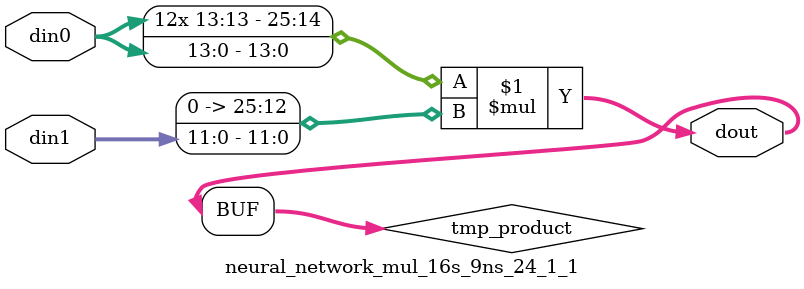
<source format=v>

`timescale 1 ns / 1 ps

  module neural_network_mul_16s_9ns_24_1_1(din0, din1, dout);
parameter ID = 1;
parameter NUM_STAGE = 0;
parameter din0_WIDTH = 14;
parameter din1_WIDTH = 12;
parameter dout_WIDTH = 26;

input [din0_WIDTH - 1 : 0] din0; 
input [din1_WIDTH - 1 : 0] din1; 
output [dout_WIDTH - 1 : 0] dout;

wire signed [dout_WIDTH - 1 : 0] tmp_product;












assign tmp_product = $signed(din0) * $signed({1'b0, din1});









assign dout = tmp_product;







endmodule

</source>
